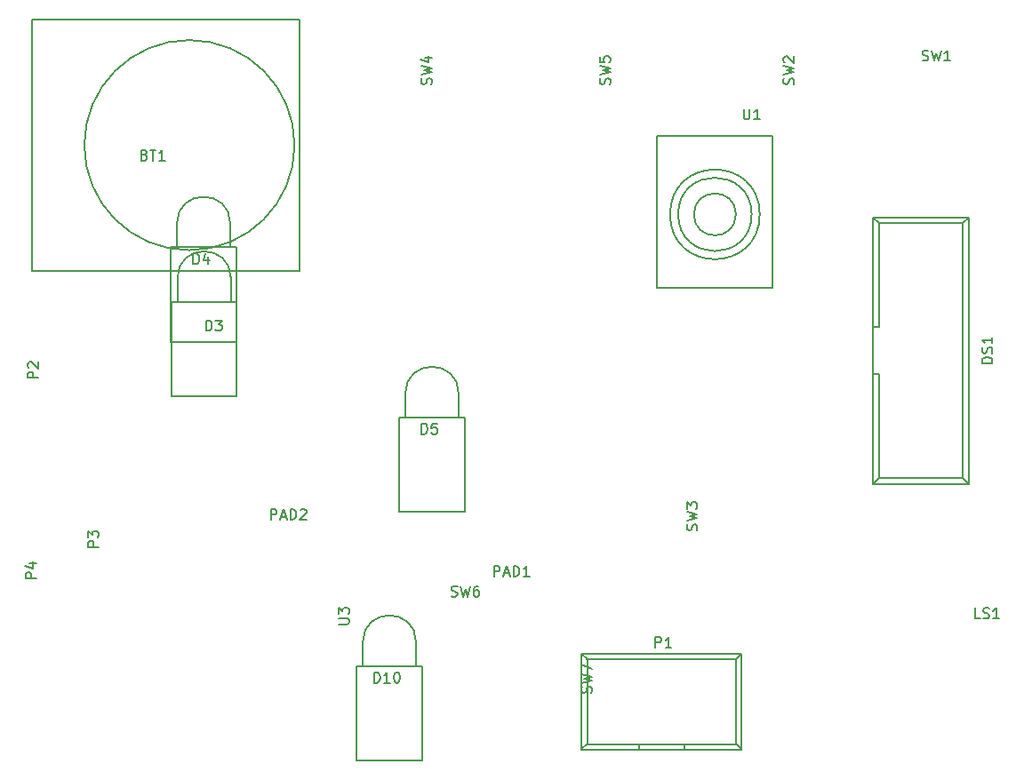
<source format=gto>
G04 #@! TF.FileFunction,Legend,Top*
%FSLAX46Y46*%
G04 Gerber Fmt 4.6, Leading zero omitted, Abs format (unit mm)*
G04 Created by KiCad (PCBNEW 4.0.4+dfsg1-stable) date Sat Feb  4 21:27:44 2017*
%MOMM*%
%LPD*%
G01*
G04 APERTURE LIST*
%ADD10C,0.100000*%
%ADD11C,0.150000*%
G04 APERTURE END LIST*
D10*
D11*
X27462492Y60600000D02*
G75*
G03X27462492Y60600000I-10012492J0D01*
G01*
X2450000Y72600000D02*
X2450000Y48600000D01*
X2450000Y48600000D02*
X27950000Y48600000D01*
X27950000Y48600000D02*
X27950000Y72600000D01*
X27950000Y72600000D02*
X2450000Y72600000D01*
X21390000Y48070000D02*
X21390000Y45657000D01*
X16310000Y45657000D02*
X16310000Y48070000D01*
X21390000Y47943000D02*
G75*
G03X16310000Y47943000I-2540000J0D01*
G01*
X15738500Y36640000D02*
X15738500Y45657000D01*
X15738500Y45657000D02*
X21961500Y45657000D01*
X21961500Y36640000D02*
X21961500Y45657000D01*
X21961500Y36640000D02*
X15738500Y36640000D01*
X21340000Y53270000D02*
X21340000Y50857000D01*
X16260000Y50857000D02*
X16260000Y53270000D01*
X21340000Y53143000D02*
G75*
G03X16260000Y53143000I-2540000J0D01*
G01*
X15688500Y41840000D02*
X15688500Y50857000D01*
X15688500Y50857000D02*
X21911500Y50857000D01*
X21911500Y41840000D02*
X21911500Y50857000D01*
X21911500Y41840000D02*
X15688500Y41840000D01*
X43090000Y37070000D02*
X43090000Y34657000D01*
X38010000Y34657000D02*
X38010000Y37070000D01*
X43090000Y36943000D02*
G75*
G03X38010000Y36943000I-2540000J0D01*
G01*
X37438500Y25640000D02*
X37438500Y34657000D01*
X37438500Y34657000D02*
X43661500Y34657000D01*
X43661500Y25640000D02*
X43661500Y34657000D01*
X43661500Y25640000D02*
X37438500Y25640000D01*
X91670000Y53730000D02*
X91670000Y28330000D01*
X91120000Y53190000D02*
X91120000Y28890000D01*
X82570000Y53730000D02*
X82570000Y28330000D01*
X83120000Y53190000D02*
X83120000Y43280000D01*
X83120000Y38780000D02*
X83120000Y28890000D01*
X83120000Y43280000D02*
X82570000Y43280000D01*
X83120000Y38780000D02*
X82570000Y38780000D01*
X91670000Y53730000D02*
X82570000Y53730000D01*
X91120000Y53190000D02*
X83120000Y53190000D01*
X91670000Y28330000D02*
X82570000Y28330000D01*
X91120000Y28890000D02*
X83120000Y28890000D01*
X91670000Y53730000D02*
X91120000Y53190000D01*
X91670000Y28330000D02*
X91120000Y28890000D01*
X82570000Y53730000D02*
X83120000Y53190000D01*
X82570000Y28330000D02*
X83120000Y28890000D01*
X69552000Y11634000D02*
X55328000Y11634000D01*
X70060000Y12142000D02*
X54820000Y12142000D01*
X55328000Y3506000D02*
X69425000Y3506000D01*
X54820000Y2998000D02*
X70060000Y2998000D01*
X60240000Y3506000D02*
X60240000Y3055000D01*
X64640000Y3506000D02*
X64640000Y3020000D01*
X54820000Y12120000D02*
X54820000Y3020000D01*
X55360000Y11570000D02*
X55360000Y3570000D01*
X70060000Y12120000D02*
X70060000Y3020000D01*
X69500000Y11570000D02*
X69500000Y3570000D01*
X54820000Y12120000D02*
X55360000Y11570000D01*
X70060000Y12120000D02*
X69500000Y11570000D01*
X54820000Y3020000D02*
X55360000Y3570000D01*
X70060000Y3020000D02*
X69500000Y3570000D01*
X69500000Y54000000D02*
G75*
G03X69500000Y54000000I-2000000J0D01*
G01*
X71000000Y54000000D02*
G75*
G03X71000000Y54000000I-3500000J0D01*
G01*
X71772002Y54000000D02*
G75*
G03X71772002Y54000000I-4272002J0D01*
G01*
X73000000Y54000000D02*
X73000000Y61500000D01*
X73000000Y61500000D02*
X62000000Y61500000D01*
X62000000Y61500000D02*
X62000000Y47000000D01*
X62000000Y47000000D02*
X73000000Y47000000D01*
X73000000Y47000000D02*
X73000000Y54000000D01*
X39040000Y13370000D02*
X39040000Y10957000D01*
X33960000Y10957000D02*
X33960000Y13370000D01*
X39040000Y13243000D02*
G75*
G03X33960000Y13243000I-2540000J0D01*
G01*
X33388500Y1940000D02*
X33388500Y10957000D01*
X33388500Y10957000D02*
X39611500Y10957000D01*
X39611500Y1940000D02*
X39611500Y10957000D01*
X39611500Y1940000D02*
X33388500Y1940000D01*
X13164286Y59671429D02*
X13307143Y59623810D01*
X13354762Y59576190D01*
X13402381Y59480952D01*
X13402381Y59338095D01*
X13354762Y59242857D01*
X13307143Y59195238D01*
X13211905Y59147619D01*
X12830952Y59147619D01*
X12830952Y60147619D01*
X13164286Y60147619D01*
X13259524Y60100000D01*
X13307143Y60052381D01*
X13354762Y59957143D01*
X13354762Y59861905D01*
X13307143Y59766667D01*
X13259524Y59719048D01*
X13164286Y59671429D01*
X12830952Y59671429D01*
X13688095Y60147619D02*
X14259524Y60147619D01*
X13973809Y59147619D02*
X13973809Y60147619D01*
X15116667Y59147619D02*
X14545238Y59147619D01*
X14830952Y59147619D02*
X14830952Y60147619D01*
X14735714Y60004762D01*
X14640476Y59909524D01*
X14545238Y59861905D01*
X19011905Y42897619D02*
X19011905Y43897619D01*
X19250000Y43897619D01*
X19392858Y43850000D01*
X19488096Y43754762D01*
X19535715Y43659524D01*
X19583334Y43469048D01*
X19583334Y43326190D01*
X19535715Y43135714D01*
X19488096Y43040476D01*
X19392858Y42945238D01*
X19250000Y42897619D01*
X19011905Y42897619D01*
X19916667Y43897619D02*
X20535715Y43897619D01*
X20202381Y43516667D01*
X20345239Y43516667D01*
X20440477Y43469048D01*
X20488096Y43421429D01*
X20535715Y43326190D01*
X20535715Y43088095D01*
X20488096Y42992857D01*
X20440477Y42945238D01*
X20345239Y42897619D01*
X20059524Y42897619D01*
X19964286Y42945238D01*
X19916667Y42992857D01*
X17807905Y49261619D02*
X17807905Y50261619D01*
X18046000Y50261619D01*
X18188858Y50214000D01*
X18284096Y50118762D01*
X18331715Y50023524D01*
X18379334Y49833048D01*
X18379334Y49690190D01*
X18331715Y49499714D01*
X18284096Y49404476D01*
X18188858Y49309238D01*
X18046000Y49261619D01*
X17807905Y49261619D01*
X19236477Y49928286D02*
X19236477Y49261619D01*
X18998381Y50309238D02*
X18760286Y49594952D01*
X19379334Y49594952D01*
X39557905Y33061619D02*
X39557905Y34061619D01*
X39796000Y34061619D01*
X39938858Y34014000D01*
X40034096Y33918762D01*
X40081715Y33823524D01*
X40129334Y33633048D01*
X40129334Y33490190D01*
X40081715Y33299714D01*
X40034096Y33204476D01*
X39938858Y33109238D01*
X39796000Y33061619D01*
X39557905Y33061619D01*
X41034096Y34061619D02*
X40557905Y34061619D01*
X40510286Y33585429D01*
X40557905Y33633048D01*
X40653143Y33680667D01*
X40891239Y33680667D01*
X40986477Y33633048D01*
X41034096Y33585429D01*
X41081715Y33490190D01*
X41081715Y33252095D01*
X41034096Y33156857D01*
X40986477Y33109238D01*
X40891239Y33061619D01*
X40653143Y33061619D01*
X40557905Y33109238D01*
X40510286Y33156857D01*
X93922381Y39815714D02*
X92922381Y39815714D01*
X92922381Y40053809D01*
X92970000Y40196667D01*
X93065238Y40291905D01*
X93160476Y40339524D01*
X93350952Y40387143D01*
X93493810Y40387143D01*
X93684286Y40339524D01*
X93779524Y40291905D01*
X93874762Y40196667D01*
X93922381Y40053809D01*
X93922381Y39815714D01*
X93874762Y40768095D02*
X93922381Y40910952D01*
X93922381Y41149048D01*
X93874762Y41244286D01*
X93827143Y41291905D01*
X93731905Y41339524D01*
X93636667Y41339524D01*
X93541429Y41291905D01*
X93493810Y41244286D01*
X93446190Y41149048D01*
X93398571Y40958571D01*
X93350952Y40863333D01*
X93303333Y40815714D01*
X93208095Y40768095D01*
X93112857Y40768095D01*
X93017619Y40815714D01*
X92970000Y40863333D01*
X92922381Y40958571D01*
X92922381Y41196667D01*
X92970000Y41339524D01*
X93922381Y42291905D02*
X93922381Y41720476D01*
X93922381Y42006190D02*
X92922381Y42006190D01*
X93065238Y41910952D01*
X93160476Y41815714D01*
X93208095Y41720476D01*
X92757143Y15497619D02*
X92280952Y15497619D01*
X92280952Y16497619D01*
X93042857Y15545238D02*
X93185714Y15497619D01*
X93423810Y15497619D01*
X93519048Y15545238D01*
X93566667Y15592857D01*
X93614286Y15688095D01*
X93614286Y15783333D01*
X93566667Y15878571D01*
X93519048Y15926190D01*
X93423810Y15973810D01*
X93233333Y16021429D01*
X93138095Y16069048D01*
X93090476Y16116667D01*
X93042857Y16211905D01*
X93042857Y16307143D01*
X93090476Y16402381D01*
X93138095Y16450000D01*
X93233333Y16497619D01*
X93471429Y16497619D01*
X93614286Y16450000D01*
X94566667Y15497619D02*
X93995238Y15497619D01*
X94280952Y15497619D02*
X94280952Y16497619D01*
X94185714Y16354762D01*
X94090476Y16259524D01*
X93995238Y16211905D01*
X61828905Y12705619D02*
X61828905Y13705619D01*
X62209858Y13705619D01*
X62305096Y13658000D01*
X62352715Y13610381D01*
X62400334Y13515143D01*
X62400334Y13372286D01*
X62352715Y13277048D01*
X62305096Y13229429D01*
X62209858Y13181810D01*
X61828905Y13181810D01*
X63352715Y12705619D02*
X62781286Y12705619D01*
X63067000Y12705619D02*
X63067000Y13705619D01*
X62971762Y13562762D01*
X62876524Y13467524D01*
X62781286Y13419905D01*
X8802381Y22311905D02*
X7802381Y22311905D01*
X7802381Y22692858D01*
X7850000Y22788096D01*
X7897619Y22835715D01*
X7992857Y22883334D01*
X8135714Y22883334D01*
X8230952Y22835715D01*
X8278571Y22788096D01*
X8326190Y22692858D01*
X8326190Y22311905D01*
X7802381Y23216667D02*
X7802381Y23835715D01*
X8183333Y23502381D01*
X8183333Y23645239D01*
X8230952Y23740477D01*
X8278571Y23788096D01*
X8373810Y23835715D01*
X8611905Y23835715D01*
X8707143Y23788096D01*
X8754762Y23740477D01*
X8802381Y23645239D01*
X8802381Y23359524D01*
X8754762Y23264286D01*
X8707143Y23216667D01*
X2852381Y19311905D02*
X1852381Y19311905D01*
X1852381Y19692858D01*
X1900000Y19788096D01*
X1947619Y19835715D01*
X2042857Y19883334D01*
X2185714Y19883334D01*
X2280952Y19835715D01*
X2328571Y19788096D01*
X2376190Y19692858D01*
X2376190Y19311905D01*
X2185714Y20740477D02*
X2852381Y20740477D01*
X1804762Y20502381D02*
X2519048Y20264286D01*
X2519048Y20883334D01*
X87266667Y68695238D02*
X87409524Y68647619D01*
X87647620Y68647619D01*
X87742858Y68695238D01*
X87790477Y68742857D01*
X87838096Y68838095D01*
X87838096Y68933333D01*
X87790477Y69028571D01*
X87742858Y69076190D01*
X87647620Y69123810D01*
X87457143Y69171429D01*
X87361905Y69219048D01*
X87314286Y69266667D01*
X87266667Y69361905D01*
X87266667Y69457143D01*
X87314286Y69552381D01*
X87361905Y69600000D01*
X87457143Y69647619D01*
X87695239Y69647619D01*
X87838096Y69600000D01*
X88171429Y69647619D02*
X88409524Y68647619D01*
X88600001Y69361905D01*
X88790477Y68647619D01*
X89028572Y69647619D01*
X89933334Y68647619D02*
X89361905Y68647619D01*
X89647619Y68647619D02*
X89647619Y69647619D01*
X89552381Y69504762D01*
X89457143Y69409524D01*
X89361905Y69361905D01*
X74984762Y66396667D02*
X75032381Y66539524D01*
X75032381Y66777620D01*
X74984762Y66872858D01*
X74937143Y66920477D01*
X74841905Y66968096D01*
X74746667Y66968096D01*
X74651429Y66920477D01*
X74603810Y66872858D01*
X74556190Y66777620D01*
X74508571Y66587143D01*
X74460952Y66491905D01*
X74413333Y66444286D01*
X74318095Y66396667D01*
X74222857Y66396667D01*
X74127619Y66444286D01*
X74080000Y66491905D01*
X74032381Y66587143D01*
X74032381Y66825239D01*
X74080000Y66968096D01*
X74032381Y67301429D02*
X75032381Y67539524D01*
X74318095Y67730001D01*
X75032381Y67920477D01*
X74032381Y68158572D01*
X74127619Y68491905D02*
X74080000Y68539524D01*
X74032381Y68634762D01*
X74032381Y68872858D01*
X74080000Y68968096D01*
X74127619Y69015715D01*
X74222857Y69063334D01*
X74318095Y69063334D01*
X74460952Y69015715D01*
X75032381Y68444286D01*
X75032381Y69063334D01*
X65774762Y23886667D02*
X65822381Y24029524D01*
X65822381Y24267620D01*
X65774762Y24362858D01*
X65727143Y24410477D01*
X65631905Y24458096D01*
X65536667Y24458096D01*
X65441429Y24410477D01*
X65393810Y24362858D01*
X65346190Y24267620D01*
X65298571Y24077143D01*
X65250952Y23981905D01*
X65203333Y23934286D01*
X65108095Y23886667D01*
X65012857Y23886667D01*
X64917619Y23934286D01*
X64870000Y23981905D01*
X64822381Y24077143D01*
X64822381Y24315239D01*
X64870000Y24458096D01*
X64822381Y24791429D02*
X65822381Y25029524D01*
X65108095Y25220001D01*
X65822381Y25410477D01*
X64822381Y25648572D01*
X64822381Y25934286D02*
X64822381Y26553334D01*
X65203333Y26220000D01*
X65203333Y26362858D01*
X65250952Y26458096D01*
X65298571Y26505715D01*
X65393810Y26553334D01*
X65631905Y26553334D01*
X65727143Y26505715D01*
X65774762Y26458096D01*
X65822381Y26362858D01*
X65822381Y26077143D01*
X65774762Y25981905D01*
X65727143Y25934286D01*
X40484762Y66396667D02*
X40532381Y66539524D01*
X40532381Y66777620D01*
X40484762Y66872858D01*
X40437143Y66920477D01*
X40341905Y66968096D01*
X40246667Y66968096D01*
X40151429Y66920477D01*
X40103810Y66872858D01*
X40056190Y66777620D01*
X40008571Y66587143D01*
X39960952Y66491905D01*
X39913333Y66444286D01*
X39818095Y66396667D01*
X39722857Y66396667D01*
X39627619Y66444286D01*
X39580000Y66491905D01*
X39532381Y66587143D01*
X39532381Y66825239D01*
X39580000Y66968096D01*
X39532381Y67301429D02*
X40532381Y67539524D01*
X39818095Y67730001D01*
X40532381Y67920477D01*
X39532381Y68158572D01*
X39865714Y68968096D02*
X40532381Y68968096D01*
X39484762Y68730000D02*
X40199048Y68491905D01*
X40199048Y69110953D01*
X57484762Y66396667D02*
X57532381Y66539524D01*
X57532381Y66777620D01*
X57484762Y66872858D01*
X57437143Y66920477D01*
X57341905Y66968096D01*
X57246667Y66968096D01*
X57151429Y66920477D01*
X57103810Y66872858D01*
X57056190Y66777620D01*
X57008571Y66587143D01*
X56960952Y66491905D01*
X56913333Y66444286D01*
X56818095Y66396667D01*
X56722857Y66396667D01*
X56627619Y66444286D01*
X56580000Y66491905D01*
X56532381Y66587143D01*
X56532381Y66825239D01*
X56580000Y66968096D01*
X56532381Y67301429D02*
X57532381Y67539524D01*
X56818095Y67730001D01*
X57532381Y67920477D01*
X56532381Y68158572D01*
X56532381Y69015715D02*
X56532381Y68539524D01*
X57008571Y68491905D01*
X56960952Y68539524D01*
X56913333Y68634762D01*
X56913333Y68872858D01*
X56960952Y68968096D01*
X57008571Y69015715D01*
X57103810Y69063334D01*
X57341905Y69063334D01*
X57437143Y69015715D01*
X57484762Y68968096D01*
X57532381Y68872858D01*
X57532381Y68634762D01*
X57484762Y68539524D01*
X57437143Y68491905D01*
X42396667Y17615238D02*
X42539524Y17567619D01*
X42777620Y17567619D01*
X42872858Y17615238D01*
X42920477Y17662857D01*
X42968096Y17758095D01*
X42968096Y17853333D01*
X42920477Y17948571D01*
X42872858Y17996190D01*
X42777620Y18043810D01*
X42587143Y18091429D01*
X42491905Y18139048D01*
X42444286Y18186667D01*
X42396667Y18281905D01*
X42396667Y18377143D01*
X42444286Y18472381D01*
X42491905Y18520000D01*
X42587143Y18567619D01*
X42825239Y18567619D01*
X42968096Y18520000D01*
X43301429Y18567619D02*
X43539524Y17567619D01*
X43730001Y18281905D01*
X43920477Y17567619D01*
X44158572Y18567619D01*
X44968096Y18567619D02*
X44777619Y18567619D01*
X44682381Y18520000D01*
X44634762Y18472381D01*
X44539524Y18329524D01*
X44491905Y18139048D01*
X44491905Y17758095D01*
X44539524Y17662857D01*
X44587143Y17615238D01*
X44682381Y17567619D01*
X44872858Y17567619D01*
X44968096Y17615238D01*
X45015715Y17662857D01*
X45063334Y17758095D01*
X45063334Y17996190D01*
X45015715Y18091429D01*
X44968096Y18139048D01*
X44872858Y18186667D01*
X44682381Y18186667D01*
X44587143Y18139048D01*
X44539524Y18091429D01*
X44491905Y17996190D01*
X55734762Y8396667D02*
X55782381Y8539524D01*
X55782381Y8777620D01*
X55734762Y8872858D01*
X55687143Y8920477D01*
X55591905Y8968096D01*
X55496667Y8968096D01*
X55401429Y8920477D01*
X55353810Y8872858D01*
X55306190Y8777620D01*
X55258571Y8587143D01*
X55210952Y8491905D01*
X55163333Y8444286D01*
X55068095Y8396667D01*
X54972857Y8396667D01*
X54877619Y8444286D01*
X54830000Y8491905D01*
X54782381Y8587143D01*
X54782381Y8825239D01*
X54830000Y8968096D01*
X54782381Y9301429D02*
X55782381Y9539524D01*
X55068095Y9730001D01*
X55782381Y9920477D01*
X54782381Y10158572D01*
X54782381Y10444286D02*
X54782381Y11110953D01*
X55782381Y10682381D01*
X70238095Y64047619D02*
X70238095Y63238095D01*
X70285714Y63142857D01*
X70333333Y63095238D01*
X70428571Y63047619D01*
X70619048Y63047619D01*
X70714286Y63095238D01*
X70761905Y63142857D01*
X70809524Y63238095D01*
X70809524Y64047619D01*
X71809524Y63047619D02*
X71238095Y63047619D01*
X71523809Y63047619D02*
X71523809Y64047619D01*
X71428571Y63904762D01*
X71333333Y63809524D01*
X71238095Y63761905D01*
X31652381Y14938095D02*
X32461905Y14938095D01*
X32557143Y14985714D01*
X32604762Y15033333D01*
X32652381Y15128571D01*
X32652381Y15319048D01*
X32604762Y15414286D01*
X32557143Y15461905D01*
X32461905Y15509524D01*
X31652381Y15509524D01*
X31652381Y15890476D02*
X31652381Y16509524D01*
X32033333Y16176190D01*
X32033333Y16319048D01*
X32080952Y16414286D01*
X32128571Y16461905D01*
X32223810Y16509524D01*
X32461905Y16509524D01*
X32557143Y16461905D01*
X32604762Y16414286D01*
X32652381Y16319048D01*
X32652381Y16033333D01*
X32604762Y15938095D01*
X32557143Y15890476D01*
X46450833Y19497119D02*
X46450833Y20497119D01*
X46831786Y20497119D01*
X46927024Y20449500D01*
X46974643Y20401881D01*
X47022262Y20306643D01*
X47022262Y20163786D01*
X46974643Y20068548D01*
X46927024Y20020929D01*
X46831786Y19973310D01*
X46450833Y19973310D01*
X47403214Y19782833D02*
X47879405Y19782833D01*
X47307976Y19497119D02*
X47641309Y20497119D01*
X47974643Y19497119D01*
X48307976Y19497119D02*
X48307976Y20497119D01*
X48546071Y20497119D01*
X48688929Y20449500D01*
X48784167Y20354262D01*
X48831786Y20259024D01*
X48879405Y20068548D01*
X48879405Y19925690D01*
X48831786Y19735214D01*
X48784167Y19639976D01*
X48688929Y19544738D01*
X48546071Y19497119D01*
X48307976Y19497119D01*
X49831786Y19497119D02*
X49260357Y19497119D01*
X49546071Y19497119D02*
X49546071Y20497119D01*
X49450833Y20354262D01*
X49355595Y20259024D01*
X49260357Y20211405D01*
X25200833Y24897119D02*
X25200833Y25897119D01*
X25581786Y25897119D01*
X25677024Y25849500D01*
X25724643Y25801881D01*
X25772262Y25706643D01*
X25772262Y25563786D01*
X25724643Y25468548D01*
X25677024Y25420929D01*
X25581786Y25373310D01*
X25200833Y25373310D01*
X26153214Y25182833D02*
X26629405Y25182833D01*
X26057976Y24897119D02*
X26391309Y25897119D01*
X26724643Y24897119D01*
X27057976Y24897119D02*
X27057976Y25897119D01*
X27296071Y25897119D01*
X27438929Y25849500D01*
X27534167Y25754262D01*
X27581786Y25659024D01*
X27629405Y25468548D01*
X27629405Y25325690D01*
X27581786Y25135214D01*
X27534167Y25039976D01*
X27438929Y24944738D01*
X27296071Y24897119D01*
X27057976Y24897119D01*
X28010357Y25801881D02*
X28057976Y25849500D01*
X28153214Y25897119D01*
X28391310Y25897119D01*
X28486548Y25849500D01*
X28534167Y25801881D01*
X28581786Y25706643D01*
X28581786Y25611405D01*
X28534167Y25468548D01*
X27962738Y24897119D01*
X28581786Y24897119D01*
X35031714Y9361619D02*
X35031714Y10361619D01*
X35269809Y10361619D01*
X35412667Y10314000D01*
X35507905Y10218762D01*
X35555524Y10123524D01*
X35603143Y9933048D01*
X35603143Y9790190D01*
X35555524Y9599714D01*
X35507905Y9504476D01*
X35412667Y9409238D01*
X35269809Y9361619D01*
X35031714Y9361619D01*
X36555524Y9361619D02*
X35984095Y9361619D01*
X36269809Y9361619D02*
X36269809Y10361619D01*
X36174571Y10218762D01*
X36079333Y10123524D01*
X35984095Y10075905D01*
X37174571Y10361619D02*
X37269810Y10361619D01*
X37365048Y10314000D01*
X37412667Y10266381D01*
X37460286Y10171143D01*
X37507905Y9980667D01*
X37507905Y9742571D01*
X37460286Y9552095D01*
X37412667Y9456857D01*
X37365048Y9409238D01*
X37269810Y9361619D01*
X37174571Y9361619D01*
X37079333Y9409238D01*
X37031714Y9456857D01*
X36984095Y9552095D01*
X36936476Y9742571D01*
X36936476Y9980667D01*
X36984095Y10171143D01*
X37031714Y10266381D01*
X37079333Y10314000D01*
X37174571Y10361619D01*
X3052381Y38411905D02*
X2052381Y38411905D01*
X2052381Y38792858D01*
X2100000Y38888096D01*
X2147619Y38935715D01*
X2242857Y38983334D01*
X2385714Y38983334D01*
X2480952Y38935715D01*
X2528571Y38888096D01*
X2576190Y38792858D01*
X2576190Y38411905D01*
X2147619Y39364286D02*
X2100000Y39411905D01*
X2052381Y39507143D01*
X2052381Y39745239D01*
X2100000Y39840477D01*
X2147619Y39888096D01*
X2242857Y39935715D01*
X2338095Y39935715D01*
X2480952Y39888096D01*
X3052381Y39316667D01*
X3052381Y39935715D01*
M02*

</source>
